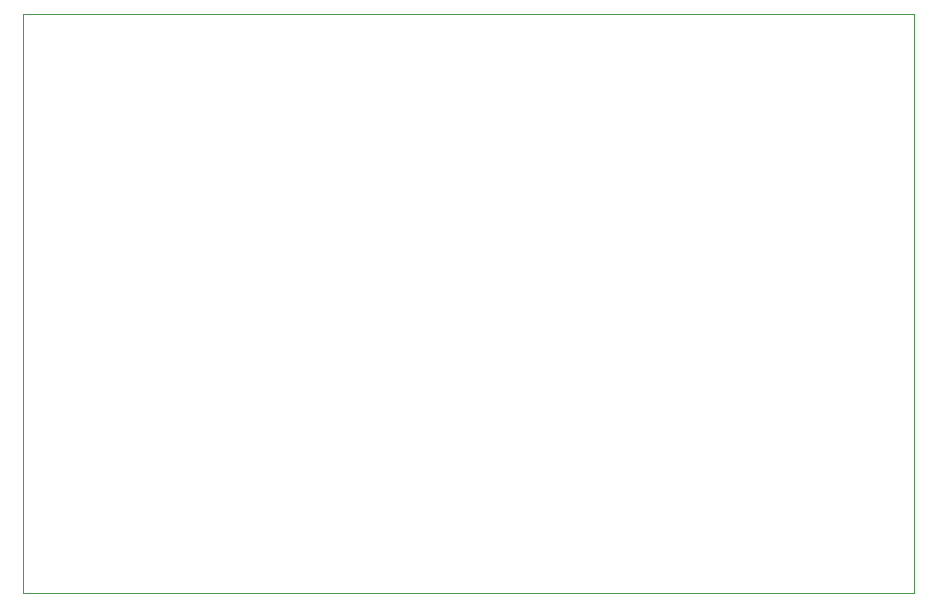
<source format=gbr>
%TF.GenerationSoftware,KiCad,Pcbnew,(5.1.9)-1*%
%TF.CreationDate,2021-11-06T22:46:36-05:00*%
%TF.ProjectId,Discrete_Channel,44697363-7265-4746-955f-4368616e6e65,rev?*%
%TF.SameCoordinates,Original*%
%TF.FileFunction,Profile,NP*%
%FSLAX46Y46*%
G04 Gerber Fmt 4.6, Leading zero omitted, Abs format (unit mm)*
G04 Created by KiCad (PCBNEW (5.1.9)-1) date 2021-11-06 22:46:36*
%MOMM*%
%LPD*%
G01*
G04 APERTURE LIST*
%TA.AperFunction,Profile*%
%ADD10C,0.050000*%
%TD*%
G04 APERTURE END LIST*
D10*
X122682000Y-79756000D02*
X198120000Y-79756000D01*
X122682000Y-128778000D02*
X122682000Y-79756000D01*
X198120000Y-128778000D02*
X122682000Y-128778000D01*
X198120000Y-79756000D02*
X198120000Y-128778000D01*
M02*

</source>
